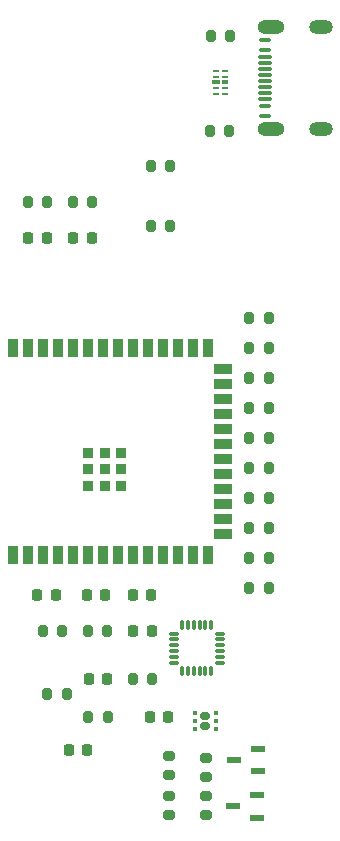
<source format=gtp>
G04 #@! TF.GenerationSoftware,KiCad,Pcbnew,8.0.0*
G04 #@! TF.CreationDate,2024-03-19T09:43:12-05:00*
G04 #@! TF.ProjectId,DesignESP32PCB,44657369-676e-4455-9350-33325043422e,rev?*
G04 #@! TF.SameCoordinates,Original*
G04 #@! TF.FileFunction,Paste,Top*
G04 #@! TF.FilePolarity,Positive*
%FSLAX46Y46*%
G04 Gerber Fmt 4.6, Leading zero omitted, Abs format (unit mm)*
G04 Created by KiCad (PCBNEW 8.0.0) date 2024-03-19 09:43:12*
%MOMM*%
%LPD*%
G01*
G04 APERTURE LIST*
G04 Aperture macros list*
%AMRoundRect*
0 Rectangle with rounded corners*
0 $1 Rounding radius*
0 $2 $3 $4 $5 $6 $7 $8 $9 X,Y pos of 4 corners*
0 Add a 4 corners polygon primitive as box body*
4,1,4,$2,$3,$4,$5,$6,$7,$8,$9,$2,$3,0*
0 Add four circle primitives for the rounded corners*
1,1,$1+$1,$2,$3*
1,1,$1+$1,$4,$5*
1,1,$1+$1,$6,$7*
1,1,$1+$1,$8,$9*
0 Add four rect primitives between the rounded corners*
20,1,$1+$1,$2,$3,$4,$5,0*
20,1,$1+$1,$4,$5,$6,$7,0*
20,1,$1+$1,$6,$7,$8,$9,0*
20,1,$1+$1,$8,$9,$2,$3,0*%
G04 Aperture macros list end*
%ADD10RoundRect,0.200000X0.275000X-0.200000X0.275000X0.200000X-0.275000X0.200000X-0.275000X-0.200000X0*%
%ADD11RoundRect,0.200000X0.200000X0.275000X-0.200000X0.275000X-0.200000X-0.275000X0.200000X-0.275000X0*%
%ADD12RoundRect,0.225000X-0.225000X-0.250000X0.225000X-0.250000X0.225000X0.250000X-0.225000X0.250000X0*%
%ADD13R,0.900000X0.900000*%
%ADD14R,0.900000X1.500000*%
%ADD15R,1.500000X0.900000*%
%ADD16RoundRect,0.200000X-0.200000X-0.275000X0.200000X-0.275000X0.200000X0.275000X-0.200000X0.275000X0*%
%ADD17RoundRect,0.225000X0.225000X0.250000X-0.225000X0.250000X-0.225000X-0.250000X0.225000X-0.250000X0*%
%ADD18R,0.575000X0.200000*%
%ADD19R,0.650000X0.400000*%
%ADD20R,0.575000X0.400000*%
%ADD21RoundRect,0.075000X-0.350000X-0.075000X0.350000X-0.075000X0.350000X0.075000X-0.350000X0.075000X0*%
%ADD22RoundRect,0.075000X0.075000X-0.350000X0.075000X0.350000X-0.075000X0.350000X-0.075000X-0.350000X0*%
%ADD23R,1.219200X0.558800*%
%ADD24RoundRect,0.160000X-0.245000X-0.160000X0.245000X-0.160000X0.245000X0.160000X-0.245000X0.160000X0*%
%ADD25RoundRect,0.093750X-0.093750X-0.106250X0.093750X-0.106250X0.093750X0.106250X-0.093750X0.106250X0*%
%ADD26RoundRect,0.100000X0.375000X-0.100000X0.375000X0.100000X-0.375000X0.100000X-0.375000X-0.100000X0*%
%ADD27RoundRect,0.075000X0.500000X-0.075000X0.500000X0.075000X-0.500000X0.075000X-0.500000X-0.075000X0*%
%ADD28O,2.300000X1.200000*%
%ADD29O,2.000000X1.200000*%
%ADD30RoundRect,0.218750X-0.218750X-0.256250X0.218750X-0.256250X0.218750X0.256250X-0.218750X0.256250X0*%
G04 APERTURE END LIST*
D10*
G04 #@! TO.C,R25*
X130860800Y-115887000D03*
X130860800Y-114237000D03*
G04 #@! TD*
D11*
G04 #@! TO.C,R7*
X136156200Y-81432400D03*
X134506200Y-81432400D03*
G04 #@! TD*
G04 #@! TO.C,R5*
X136156200Y-76352400D03*
X134506200Y-76352400D03*
G04 #@! TD*
D12*
G04 #@! TO.C,C6*
X120942000Y-104390000D03*
X122492000Y-104390000D03*
G04 #@! TD*
D13*
G04 #@! TO.C,U2*
X120874000Y-88033000D03*
X122274000Y-88033000D03*
X123674000Y-88033000D03*
X120874000Y-86633000D03*
X122274000Y-86633000D03*
X123674000Y-86633000D03*
X120874000Y-85233000D03*
X122274000Y-85233000D03*
X123674000Y-85233000D03*
D14*
X114554000Y-93883000D03*
X115824000Y-93883000D03*
X117094000Y-93883000D03*
X118364000Y-93883000D03*
X119634000Y-93883000D03*
X120904000Y-93883000D03*
X122174000Y-93883000D03*
X123444000Y-93883000D03*
X124714000Y-93883000D03*
X125984000Y-93883000D03*
X127254000Y-93883000D03*
X128524000Y-93883000D03*
X129794000Y-93883000D03*
X131064000Y-93883000D03*
D15*
X132314000Y-92118000D03*
X132314000Y-90848000D03*
X132314000Y-89578000D03*
X132314000Y-88308000D03*
X132314000Y-87038000D03*
X132314000Y-85768000D03*
X132314000Y-84498000D03*
X132314000Y-83228000D03*
X132314000Y-81958000D03*
X132314000Y-80688000D03*
X132314000Y-79418000D03*
X132314000Y-78148000D03*
D14*
X131064000Y-76383000D03*
X129794000Y-76383000D03*
X128524000Y-76383000D03*
X127254000Y-76383000D03*
X125984000Y-76383000D03*
X124714000Y-76383000D03*
X123444000Y-76383000D03*
X122174000Y-76383000D03*
X120904000Y-76383000D03*
X119634000Y-76383000D03*
X118364000Y-76383000D03*
X117094000Y-76383000D03*
X115824000Y-76383000D03*
X114554000Y-76383000D03*
G04 #@! TD*
D16*
G04 #@! TO.C,R3*
X117031000Y-100330000D03*
X118681000Y-100330000D03*
G04 #@! TD*
D11*
G04 #@! TO.C,R9*
X136156200Y-86512400D03*
X134506200Y-86512400D03*
G04 #@! TD*
D16*
G04 #@! TO.C,R17*
X117412000Y-105664000D03*
X119062000Y-105664000D03*
G04 #@! TD*
G04 #@! TO.C,R15*
X120841000Y-100326000D03*
X122491000Y-100326000D03*
G04 #@! TD*
D17*
G04 #@! TO.C,C4*
X126252500Y-100326000D03*
X124702500Y-100326000D03*
G04 #@! TD*
D16*
G04 #@! TO.C,R19*
X119571000Y-64008000D03*
X121221000Y-64008000D03*
G04 #@! TD*
D17*
G04 #@! TO.C,C5*
X127648000Y-107569000D03*
X126098000Y-107569000D03*
G04 #@! TD*
D11*
G04 #@! TO.C,R8*
X136156200Y-83972400D03*
X134506200Y-83972400D03*
G04 #@! TD*
D18*
G04 #@! TO.C,U1*
X131678500Y-52865000D03*
X131678500Y-53365000D03*
D19*
X131716000Y-53865000D03*
D18*
X131678500Y-54365000D03*
X131678500Y-54865000D03*
X132453500Y-54865000D03*
X132453500Y-54365000D03*
D20*
X132478500Y-53865000D03*
D18*
X132453500Y-53365000D03*
X132453500Y-52865000D03*
G04 #@! TD*
D12*
G04 #@! TO.C,C1*
X116573000Y-97282000D03*
X118123000Y-97282000D03*
G04 #@! TD*
D11*
G04 #@! TO.C,R6*
X136156200Y-78892400D03*
X134506200Y-78892400D03*
G04 #@! TD*
D12*
G04 #@! TO.C,C7*
X115811000Y-67056000D03*
X117361000Y-67056000D03*
G04 #@! TD*
D17*
G04 #@! TO.C,C3*
X126239500Y-97278000D03*
X124689500Y-97278000D03*
G04 #@! TD*
D16*
G04 #@! TO.C,R16*
X124652500Y-104390000D03*
X126302500Y-104390000D03*
G04 #@! TD*
D21*
G04 #@! TO.C,U3*
X128110000Y-100522000D03*
X128110000Y-101022000D03*
X128110000Y-101522000D03*
X128110000Y-102022000D03*
X128110000Y-102522000D03*
X128110000Y-103022000D03*
D22*
X128810000Y-103722000D03*
X129310000Y-103722000D03*
X129810000Y-103722000D03*
X130310000Y-103722000D03*
X130810000Y-103722000D03*
X131310000Y-103722000D03*
D21*
X132010000Y-103022000D03*
X132010000Y-102522000D03*
X132010000Y-102022000D03*
X132010000Y-101522000D03*
X132010000Y-101022000D03*
X132010000Y-100522000D03*
D22*
X131310000Y-99822000D03*
X130810000Y-99822000D03*
X130310000Y-99822000D03*
X129810000Y-99822000D03*
X129310000Y-99822000D03*
X128810000Y-99822000D03*
G04 #@! TD*
D16*
G04 #@! TO.C,R18*
X115761000Y-64008000D03*
X117411000Y-64008000D03*
G04 #@! TD*
D23*
G04 #@! TO.C,Q1*
X135234599Y-112202001D03*
X135234599Y-110301999D03*
X133192600Y-111252000D03*
G04 #@! TD*
D11*
G04 #@! TO.C,R2*
X132891000Y-49944000D03*
X131241000Y-49944000D03*
G04 #@! TD*
G04 #@! TO.C,R4*
X136156200Y-73787000D03*
X134506200Y-73787000D03*
G04 #@! TD*
G04 #@! TO.C,R11*
X136156200Y-91592400D03*
X134506200Y-91592400D03*
G04 #@! TD*
G04 #@! TO.C,R1*
X132828000Y-57945000D03*
X131178000Y-57945000D03*
G04 #@! TD*
D12*
G04 #@! TO.C,C2*
X120764000Y-97282000D03*
X122314000Y-97282000D03*
G04 #@! TD*
D24*
G04 #@! TO.C,U4*
X130810000Y-107531000D03*
X130810000Y-108331000D03*
D25*
X129922500Y-107281000D03*
X129922500Y-107931000D03*
X129922500Y-108581000D03*
X131697500Y-108581000D03*
X131697500Y-107931000D03*
X131697500Y-107281000D03*
G04 #@! TD*
D10*
G04 #@! TO.C,R23*
X130860800Y-112686600D03*
X130860800Y-111036600D03*
G04 #@! TD*
G04 #@! TO.C,R24*
X127711200Y-115887000D03*
X127711200Y-114237000D03*
G04 #@! TD*
D11*
G04 #@! TO.C,R20*
X122555000Y-107569000D03*
X120905000Y-107569000D03*
G04 #@! TD*
D26*
G04 #@! TO.C,JUSB1*
X135820000Y-56700000D03*
X135820000Y-55900000D03*
D27*
X135820000Y-54750000D03*
X135820000Y-53750000D03*
X135820000Y-53250000D03*
X135820000Y-52250000D03*
D26*
X135820000Y-51100000D03*
X135820000Y-50300000D03*
X135820000Y-50300000D03*
X135820000Y-51100000D03*
D27*
X135820000Y-51750000D03*
X135820000Y-52750000D03*
X135820000Y-54250000D03*
X135820000Y-55250000D03*
D26*
X135820000Y-55900000D03*
X135820000Y-56700000D03*
D28*
X136395000Y-57820000D03*
D29*
X140575000Y-57820000D03*
D28*
X136395000Y-49180000D03*
D29*
X140575000Y-49180000D03*
G04 #@! TD*
D16*
G04 #@! TO.C,R21*
X126175000Y-60960000D03*
X127825000Y-60960000D03*
G04 #@! TD*
G04 #@! TO.C,R22*
X126175000Y-66040000D03*
X127825000Y-66040000D03*
G04 #@! TD*
D17*
G04 #@! TO.C,C8*
X121171000Y-67056000D03*
X119621000Y-67056000D03*
G04 #@! TD*
D11*
G04 #@! TO.C,R10*
X136156200Y-89052400D03*
X134506200Y-89052400D03*
G04 #@! TD*
G04 #@! TO.C,R13*
X136156200Y-96647000D03*
X134506200Y-96647000D03*
G04 #@! TD*
D10*
G04 #@! TO.C,R26*
X127711200Y-112534200D03*
X127711200Y-110884200D03*
G04 #@! TD*
D30*
G04 #@! TO.C,D1*
X119227500Y-110363000D03*
X120802500Y-110363000D03*
G04 #@! TD*
D23*
G04 #@! TO.C,Q2*
X135183799Y-116113601D03*
X135183799Y-114213599D03*
X133141800Y-115163600D03*
G04 #@! TD*
D11*
G04 #@! TO.C,R12*
X136156200Y-94132400D03*
X134506200Y-94132400D03*
G04 #@! TD*
M02*

</source>
